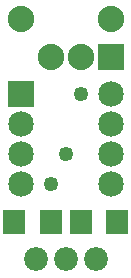
<source format=gts>
G04 MADE WITH FRITZING*
G04 WWW.FRITZING.ORG*
G04 DOUBLE SIDED*
G04 HOLES PLATED*
G04 CONTOUR ON CENTER OF CONTOUR VECTOR*
%ASAXBY*%
%FSLAX23Y23*%
%MOIN*%
%OFA0B0*%
%SFA1.0B1.0*%
%ADD10C,0.049370*%
%ADD11C,0.088000*%
%ADD12C,0.085000*%
%ADD13C,0.079445*%
%ADD14R,0.085000X0.085000*%
%ADD15R,0.072992X0.084803*%
%ADD16R,0.088000X0.088000*%
%LNMASK1*%
G90*
G70*
G54D10*
X166Y304D03*
X266Y604D03*
X216Y404D03*
G54D11*
X66Y854D03*
X366Y854D03*
G54D12*
X66Y604D03*
X366Y604D03*
X66Y504D03*
X366Y504D03*
X66Y404D03*
X366Y404D03*
X66Y304D03*
X366Y304D03*
G54D13*
X316Y54D03*
X216Y54D03*
X116Y54D03*
G54D11*
X366Y729D03*
X266Y729D03*
X166Y729D03*
G54D14*
X66Y604D03*
G54D15*
X266Y179D03*
X388Y179D03*
G54D16*
X366Y729D03*
G54D15*
X44Y179D03*
X166Y179D03*
G04 End of Mask1*
M02*
</source>
